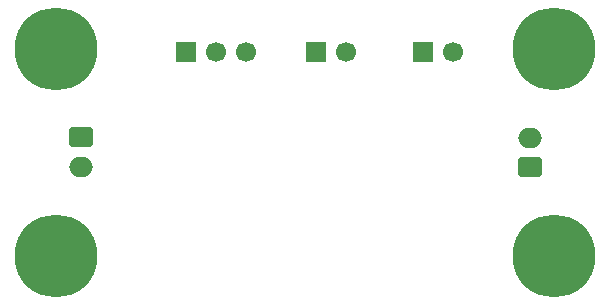
<source format=gbr>
%TF.GenerationSoftware,KiCad,Pcbnew,9.0.4*%
%TF.CreationDate,2025-11-06T21:56:25+01:00*%
%TF.ProjectId,pwr_latcher,7077725f-6c61-4746-9368-65722e6b6963,rev?*%
%TF.SameCoordinates,Original*%
%TF.FileFunction,Soldermask,Bot*%
%TF.FilePolarity,Negative*%
%FSLAX46Y46*%
G04 Gerber Fmt 4.6, Leading zero omitted, Abs format (unit mm)*
G04 Created by KiCad (PCBNEW 9.0.4) date 2025-11-06 21:56:25*
%MOMM*%
%LPD*%
G01*
G04 APERTURE LIST*
G04 Aperture macros list*
%AMRoundRect*
0 Rectangle with rounded corners*
0 $1 Rounding radius*
0 $2 $3 $4 $5 $6 $7 $8 $9 X,Y pos of 4 corners*
0 Add a 4 corners polygon primitive as box body*
4,1,4,$2,$3,$4,$5,$6,$7,$8,$9,$2,$3,0*
0 Add four circle primitives for the rounded corners*
1,1,$1+$1,$2,$3*
1,1,$1+$1,$4,$5*
1,1,$1+$1,$6,$7*
1,1,$1+$1,$8,$9*
0 Add four rect primitives between the rounded corners*
20,1,$1+$1,$2,$3,$4,$5,0*
20,1,$1+$1,$4,$5,$6,$7,0*
20,1,$1+$1,$6,$7,$8,$9,0*
20,1,$1+$1,$8,$9,$2,$3,0*%
G04 Aperture macros list end*
%ADD10R,1.700000X1.700000*%
%ADD11C,1.700000*%
%ADD12C,7.000000*%
%ADD13RoundRect,0.250000X-0.750000X0.600000X-0.750000X-0.600000X0.750000X-0.600000X0.750000X0.600000X0*%
%ADD14O,2.000000X1.700000*%
%ADD15RoundRect,0.250000X0.750000X-0.600000X0.750000X0.600000X-0.750000X0.600000X-0.750000X-0.600000X0*%
G04 APERTURE END LIST*
D10*
%TO.C,J3*%
X162440000Y-77780000D03*
D11*
X164980000Y-77780000D03*
%TD*%
D12*
%TO.C,H1*%
X140400000Y-77500000D03*
%TD*%
D13*
%TO.C,J4*%
X142490000Y-85020000D03*
D14*
X142490000Y-87520000D03*
%TD*%
D12*
%TO.C,H3*%
X182600000Y-77500000D03*
%TD*%
%TO.C,H2*%
X140400000Y-95100000D03*
%TD*%
D15*
%TO.C,J2*%
X180560000Y-87550000D03*
D14*
X180560000Y-85050000D03*
%TD*%
D10*
%TO.C,J1*%
X151429200Y-77800000D03*
D11*
X153969200Y-77800000D03*
X156509200Y-77800000D03*
%TD*%
D12*
%TO.C,H4*%
X182600000Y-95100000D03*
%TD*%
D10*
%TO.C,J5*%
X171465000Y-77780000D03*
D11*
X174005000Y-77780000D03*
%TD*%
M02*

</source>
